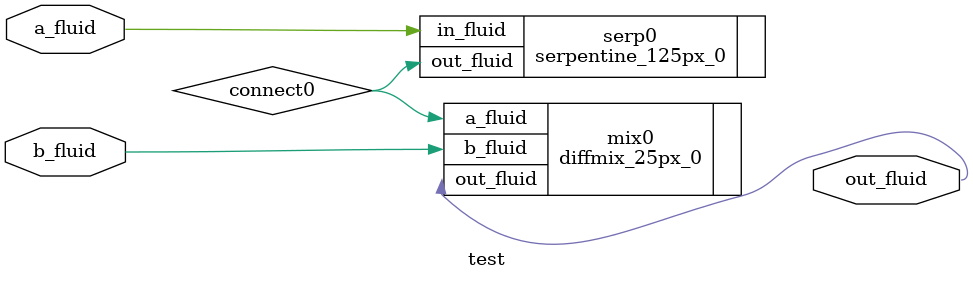
<source format=v>
module test (
    a_fluid,
    b_fluid,
    out_fluid
);

input a_fluid, b_fluid;
output out_fluid;

wire connect0;

serpentine_125px_0 serp0 (.in_fluid(a_fluid), .out_fluid(connect0));
diffmix_25px_0 mix0 (.a_fluid(connect0), .b_fluid(b_fluid), .out_fluid(out_fluid));

endmodule
</source>
